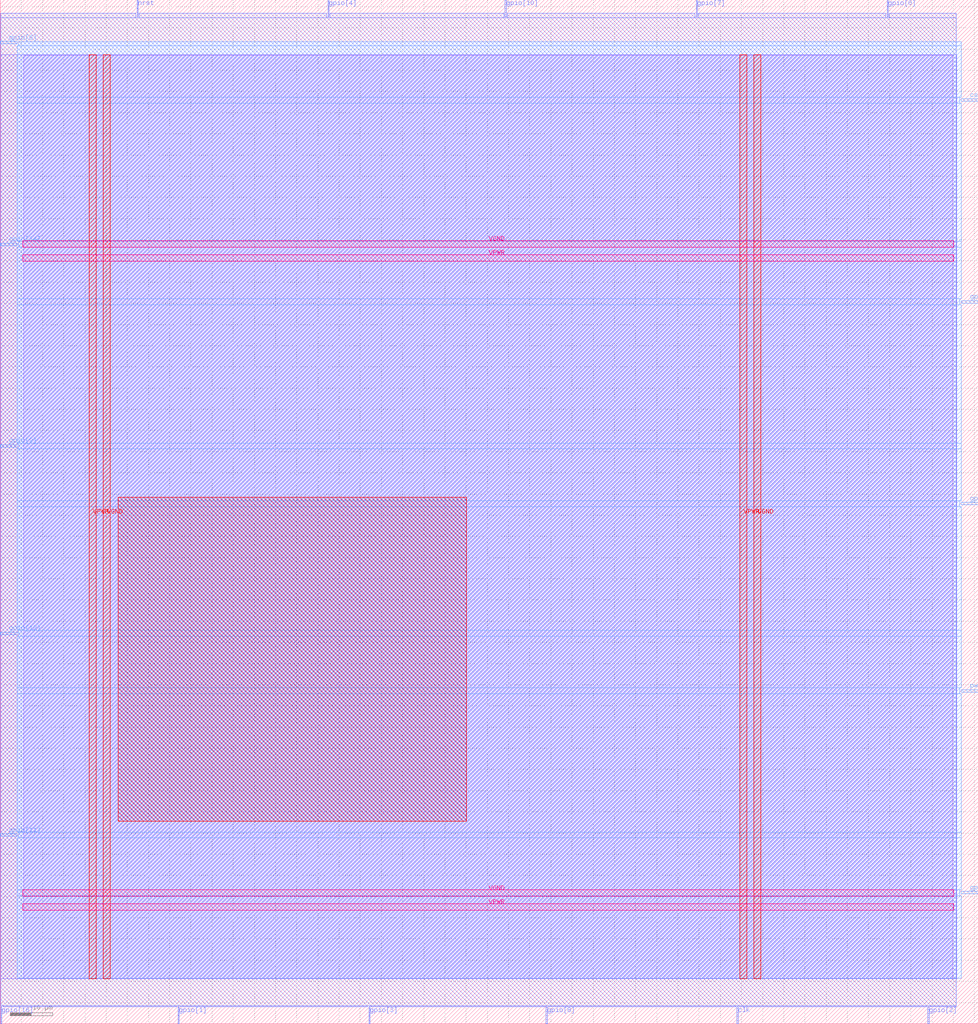
<source format=lef>
VERSION 5.7 ;
  NOWIREEXTENSIONATPIN ON ;
  DIVIDERCHAR "/" ;
  BUSBITCHARS "[]" ;
MACRO silly_synthesizer
  CLASS BLOCK ;
  FOREIGN silly_synthesizer ;
  ORIGIN 0.000 0.000 ;
  SIZE 230.910 BY 241.630 ;
  PIN VGND
    DIRECTION INOUT ;
    USE GROUND ;
    PORT
      LAYER met4 ;
        RECT 24.340 10.640 25.940 228.720 ;
    END
    PORT
      LAYER met4 ;
        RECT 177.940 10.640 179.540 228.720 ;
    END
    PORT
      LAYER met5 ;
        RECT 5.280 30.030 225.180 31.630 ;
    END
    PORT
      LAYER met5 ;
        RECT 5.280 183.210 225.180 184.810 ;
    END
  END VGND
  PIN VPWR
    DIRECTION INOUT ;
    USE POWER ;
    PORT
      LAYER met4 ;
        RECT 21.040 10.640 22.640 228.720 ;
    END
    PORT
      LAYER met4 ;
        RECT 174.640 10.640 176.240 228.720 ;
    END
    PORT
      LAYER met5 ;
        RECT 5.280 26.730 225.180 28.330 ;
    END
    PORT
      LAYER met5 ;
        RECT 5.280 179.910 225.180 181.510 ;
    END
  END VPWR
  PIN clk
    DIRECTION INPUT ;
    USE SIGNAL ;
    ANTENNAGATEAREA 0.852000 ;
    PORT
      LAYER met2 ;
        RECT 173.970 0.000 174.250 4.000 ;
    END
  END clk
  PIN cs
    DIRECTION INPUT ;
    USE SIGNAL ;
    ANTENNAGATEAREA 0.247500 ;
    PORT
      LAYER met3 ;
        RECT 226.910 217.640 230.910 218.240 ;
    END
  END cs
  PIN gpio[0]
    DIRECTION INPUT ;
    USE SIGNAL ;
    ANTENNAGATEAREA 0.213000 ;
    PORT
      LAYER met2 ;
        RECT 209.390 237.630 209.670 241.630 ;
    END
  END gpio[0]
  PIN gpio[10]
    DIRECTION INPUT ;
    USE SIGNAL ;
    ANTENNAGATEAREA 0.196500 ;
    PORT
      LAYER met2 ;
        RECT 119.230 237.630 119.510 241.630 ;
    END
  END gpio[10]
  PIN gpio[11]
    DIRECTION INPUT ;
    USE SIGNAL ;
    ANTENNAGATEAREA 0.196500 ;
    PORT
      LAYER met3 ;
        RECT 0.000 44.240 4.000 44.840 ;
    END
  END gpio[11]
  PIN gpio[12]
    DIRECTION INPUT ;
    USE SIGNAL ;
    ANTENNAGATEAREA 0.196500 ;
    PORT
      LAYER met3 ;
        RECT 0.000 91.840 4.000 92.440 ;
    END
  END gpio[12]
  PIN gpio[13]
    DIRECTION INPUT ;
    USE SIGNAL ;
    ANTENNAGATEAREA 0.196500 ;
    PORT
      LAYER met3 ;
        RECT 226.910 30.640 230.910 31.240 ;
    END
  END gpio[13]
  PIN gpio[14]
    DIRECTION INPUT ;
    USE SIGNAL ;
    ANTENNAGATEAREA 0.196500 ;
    PORT
      LAYER met3 ;
        RECT 0.000 183.640 4.000 184.240 ;
    END
  END gpio[14]
  PIN gpio[15]
    DIRECTION INPUT ;
    USE SIGNAL ;
    ANTENNAGATEAREA 0.196500 ;
    PORT
      LAYER met3 ;
        RECT 226.910 170.040 230.910 170.640 ;
    END
  END gpio[15]
  PIN gpio[16]
    DIRECTION INPUT ;
    USE SIGNAL ;
    ANTENNAGATEAREA 0.196500 ;
    PORT
      LAYER met2 ;
        RECT 0.090 0.000 0.370 4.000 ;
    END
  END gpio[16]
  PIN gpio[1]
    DIRECTION INPUT ;
    USE SIGNAL ;
    ANTENNAGATEAREA 0.196500 ;
    PORT
      LAYER met2 ;
        RECT 41.950 0.000 42.230 4.000 ;
    END
  END gpio[1]
  PIN gpio[2]
    DIRECTION INPUT ;
    USE SIGNAL ;
    ANTENNAGATEAREA 0.196500 ;
    PORT
      LAYER met2 ;
        RECT 219.050 0.000 219.330 4.000 ;
    END
  END gpio[2]
  PIN gpio[3]
    DIRECTION INPUT ;
    USE SIGNAL ;
    ANTENNAGATEAREA 0.196500 ;
    PORT
      LAYER met2 ;
        RECT 87.030 0.000 87.310 4.000 ;
    END
  END gpio[3]
  PIN gpio[4]
    DIRECTION INPUT ;
    USE SIGNAL ;
    ANTENNAGATEAREA 0.196500 ;
    PORT
      LAYER met2 ;
        RECT 77.370 237.630 77.650 241.630 ;
    END
  END gpio[4]
  PIN gpio[5]
    DIRECTION INPUT ;
    USE SIGNAL ;
    ANTENNAGATEAREA 0.196500 ;
    PORT
      LAYER met3 ;
        RECT 226.910 122.440 230.910 123.040 ;
    END
  END gpio[5]
  PIN gpio[6]
    DIRECTION INPUT ;
    USE SIGNAL ;
    ANTENNAGATEAREA 0.196500 ;
    PORT
      LAYER met3 ;
        RECT 0.000 231.240 4.000 231.840 ;
    END
  END gpio[6]
  PIN gpio[7]
    DIRECTION INPUT ;
    USE SIGNAL ;
    ANTENNAGATEAREA 0.126000 ;
    PORT
      LAYER met2 ;
        RECT 164.310 237.630 164.590 241.630 ;
    END
  END gpio[7]
  PIN gpio[8]
    DIRECTION INPUT ;
    USE SIGNAL ;
    ANTENNAGATEAREA 0.196500 ;
    PORT
      LAYER met2 ;
        RECT 128.890 0.000 129.170 4.000 ;
    END
  END gpio[8]
  PIN gpio[9]
    DIRECTION INPUT ;
    USE SIGNAL ;
    ANTENNAGATEAREA 0.196500 ;
    PORT
      LAYER met3 ;
        RECT 0.000 136.040 4.000 136.640 ;
    END
  END gpio[9]
  PIN nrst
    DIRECTION INPUT ;
    USE SIGNAL ;
    ANTENNAGATEAREA 0.213000 ;
    PORT
      LAYER met2 ;
        RECT 32.290 237.630 32.570 241.630 ;
    END
  END nrst
  PIN pwm
    DIRECTION OUTPUT TRISTATE ;
    USE SIGNAL ;
    ANTENNADIFFAREA 0.445500 ;
    PORT
      LAYER met3 ;
        RECT 226.910 78.240 230.910 78.840 ;
    END
  END pwm
  OBS
      LAYER li1 ;
        RECT 5.520 10.795 224.940 228.565 ;
      LAYER met1 ;
        RECT 0.070 10.640 225.790 228.720 ;
      LAYER met2 ;
        RECT 0.100 237.350 32.010 238.410 ;
        RECT 32.850 237.350 77.090 238.410 ;
        RECT 77.930 237.350 118.950 238.410 ;
        RECT 119.790 237.350 164.030 238.410 ;
        RECT 164.870 237.350 209.110 238.410 ;
        RECT 209.950 237.350 225.770 238.410 ;
        RECT 0.100 4.280 225.770 237.350 ;
        RECT 0.650 4.000 41.670 4.280 ;
        RECT 42.510 4.000 86.750 4.280 ;
        RECT 87.590 4.000 128.610 4.280 ;
        RECT 129.450 4.000 173.690 4.280 ;
        RECT 174.530 4.000 218.770 4.280 ;
        RECT 219.610 4.000 225.770 4.280 ;
      LAYER met3 ;
        RECT 4.400 230.840 226.910 231.690 ;
        RECT 4.000 218.640 226.910 230.840 ;
        RECT 4.000 217.240 226.510 218.640 ;
        RECT 4.000 184.640 226.910 217.240 ;
        RECT 4.400 183.240 226.910 184.640 ;
        RECT 4.000 171.040 226.910 183.240 ;
        RECT 4.000 169.640 226.510 171.040 ;
        RECT 4.000 137.040 226.910 169.640 ;
        RECT 4.400 135.640 226.910 137.040 ;
        RECT 4.000 123.440 226.910 135.640 ;
        RECT 4.000 122.040 226.510 123.440 ;
        RECT 4.000 92.840 226.910 122.040 ;
        RECT 4.400 91.440 226.910 92.840 ;
        RECT 4.000 79.240 226.910 91.440 ;
        RECT 4.000 77.840 226.510 79.240 ;
        RECT 4.000 45.240 226.910 77.840 ;
        RECT 4.400 43.840 226.910 45.240 ;
        RECT 4.000 31.640 226.910 43.840 ;
        RECT 4.000 30.240 226.510 31.640 ;
        RECT 4.000 10.715 226.910 30.240 ;
      LAYER met4 ;
        RECT 27.895 47.775 110.105 124.265 ;
  END
END silly_synthesizer
END LIBRARY


</source>
